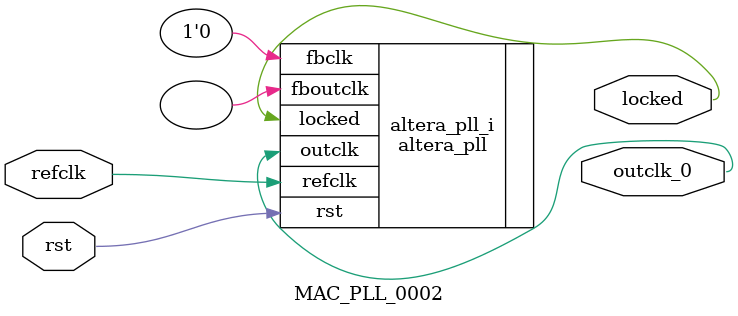
<source format=v>
`timescale 1ns/10ps
module  MAC_PLL_0002(

	// interface 'refclk'
	input wire refclk,

	// interface 'reset'
	input wire rst,

	// interface 'outclk0'
	output wire outclk_0,

	// interface 'locked'
	output wire locked
);

	altera_pll #(
		.fractional_vco_multiplier("false"),
		.reference_clock_frequency("25.0 MHz"),
		.operation_mode("normal"),
		.number_of_clocks(1),
		.output_clock_frequency0("125.0 MHz"),
		.phase_shift0("0 ps"),
		.duty_cycle0(50),
		.output_clock_frequency1("0 MHz"),
		.phase_shift1("0 ps"),
		.duty_cycle1(50),
		.output_clock_frequency2("0 MHz"),
		.phase_shift2("0 ps"),
		.duty_cycle2(50),
		.output_clock_frequency3("0 MHz"),
		.phase_shift3("0 ps"),
		.duty_cycle3(50),
		.output_clock_frequency4("0 MHz"),
		.phase_shift4("0 ps"),
		.duty_cycle4(50),
		.output_clock_frequency5("0 MHz"),
		.phase_shift5("0 ps"),
		.duty_cycle5(50),
		.output_clock_frequency6("0 MHz"),
		.phase_shift6("0 ps"),
		.duty_cycle6(50),
		.output_clock_frequency7("0 MHz"),
		.phase_shift7("0 ps"),
		.duty_cycle7(50),
		.output_clock_frequency8("0 MHz"),
		.phase_shift8("0 ps"),
		.duty_cycle8(50),
		.output_clock_frequency9("0 MHz"),
		.phase_shift9("0 ps"),
		.duty_cycle9(50),
		.output_clock_frequency10("0 MHz"),
		.phase_shift10("0 ps"),
		.duty_cycle10(50),
		.output_clock_frequency11("0 MHz"),
		.phase_shift11("0 ps"),
		.duty_cycle11(50),
		.output_clock_frequency12("0 MHz"),
		.phase_shift12("0 ps"),
		.duty_cycle12(50),
		.output_clock_frequency13("0 MHz"),
		.phase_shift13("0 ps"),
		.duty_cycle13(50),
		.output_clock_frequency14("0 MHz"),
		.phase_shift14("0 ps"),
		.duty_cycle14(50),
		.output_clock_frequency15("0 MHz"),
		.phase_shift15("0 ps"),
		.duty_cycle15(50),
		.output_clock_frequency16("0 MHz"),
		.phase_shift16("0 ps"),
		.duty_cycle16(50),
		.output_clock_frequency17("0 MHz"),
		.phase_shift17("0 ps"),
		.duty_cycle17(50),
		.pll_type("General"),
		.pll_subtype("General")
	) altera_pll_i (
		.outclk	({outclk_0}),
		.locked	(locked),
		.fboutclk	( ),
		.fbclk	(1'b0),
		.rst	(rst),
		.refclk	(refclk)
	);
endmodule


</source>
